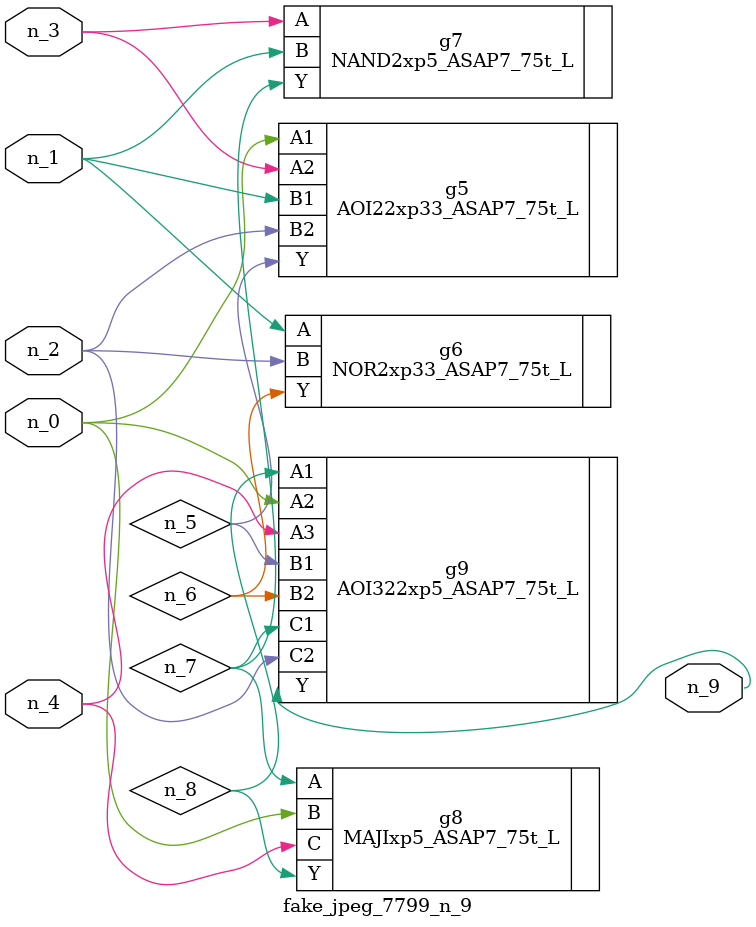
<source format=v>
module fake_jpeg_7799_n_9 (n_3, n_2, n_1, n_0, n_4, n_9);

input n_3;
input n_2;
input n_1;
input n_0;
input n_4;

output n_9;

wire n_8;
wire n_6;
wire n_5;
wire n_7;

AOI22xp33_ASAP7_75t_L g5 ( 
.A1(n_0),
.A2(n_3),
.B1(n_1),
.B2(n_2),
.Y(n_5)
);

NOR2xp33_ASAP7_75t_L g6 ( 
.A(n_1),
.B(n_2),
.Y(n_6)
);

NAND2xp5_ASAP7_75t_L g7 ( 
.A(n_3),
.B(n_1),
.Y(n_7)
);

MAJIxp5_ASAP7_75t_L g8 ( 
.A(n_7),
.B(n_0),
.C(n_4),
.Y(n_8)
);

AOI322xp5_ASAP7_75t_L g9 ( 
.A1(n_8),
.A2(n_0),
.A3(n_4),
.B1(n_5),
.B2(n_6),
.C1(n_7),
.C2(n_2),
.Y(n_9)
);


endmodule
</source>
